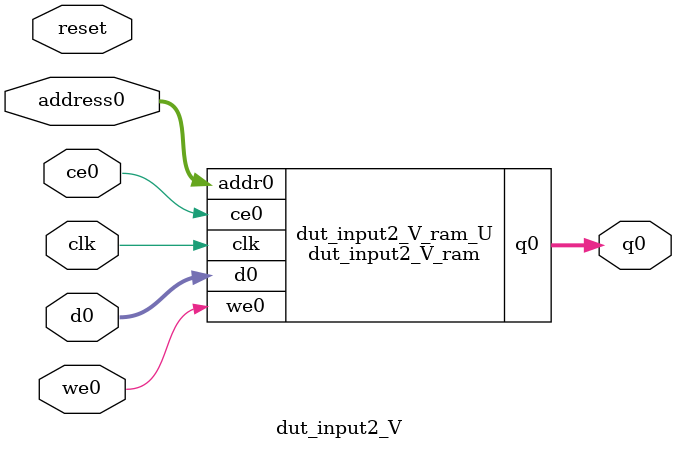
<source format=v>
`timescale 1 ns / 1 ps
module dut_input2_V_ram (addr0, ce0, d0, we0, q0,  clk);

parameter DWIDTH = 6;
parameter AWIDTH = 14;
parameter MEM_SIZE = 16384;

input[AWIDTH-1:0] addr0;
input ce0;
input[DWIDTH-1:0] d0;
input we0;
output reg[DWIDTH-1:0] q0;
input clk;

(* ram_style = "block" *)reg [DWIDTH-1:0] ram[0:MEM_SIZE-1];




always @(posedge clk)  
begin 
    if (ce0) begin
        if (we0) 
            ram[addr0] <= d0; 
        q0 <= ram[addr0];
    end
end


endmodule

`timescale 1 ns / 1 ps
module dut_input2_V(
    reset,
    clk,
    address0,
    ce0,
    we0,
    d0,
    q0);

parameter DataWidth = 32'd6;
parameter AddressRange = 32'd16384;
parameter AddressWidth = 32'd14;
input reset;
input clk;
input[AddressWidth - 1:0] address0;
input ce0;
input we0;
input[DataWidth - 1:0] d0;
output[DataWidth - 1:0] q0;



dut_input2_V_ram dut_input2_V_ram_U(
    .clk( clk ),
    .addr0( address0 ),
    .ce0( ce0 ),
    .we0( we0 ),
    .d0( d0 ),
    .q0( q0 ));

endmodule


</source>
